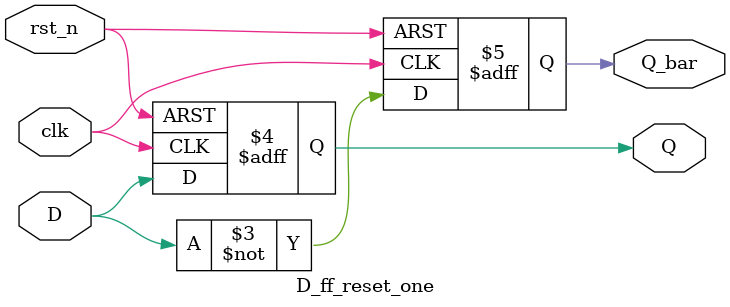
<source format=v>
`timescale 1ns/1ps

module D_ff_reset_one(clk, rst_n, D, Q, Q_bar);
    input clk, rst_n, D;
    output reg Q, Q_bar;
    
    always @(posedge clk or negedge rst_n)
        if (!rst_n)
            begin 
                Q <= 1'b1;
                Q_bar <= 1'b0;
            end
        else 
            begin
                Q <= D;
                Q_bar <= ~D;
            end

endmodule
</source>
